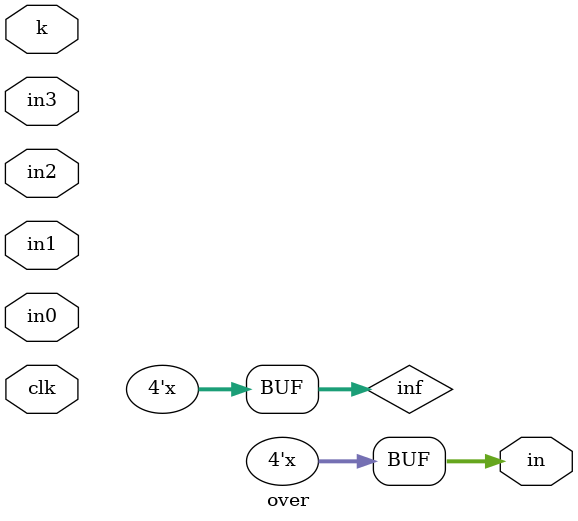
<source format=v>
module over(//switch disappearing customer to next
   input clk,
   input k,//k to detect disappearing customer
   input in0,in1,in2,in3,   
   output reg [3:0]in);

wire C1,C2,C3,C4;
reg [3:0]inf;
reg [3:0]ink;
reg [3:0]ing;
//switch disappearing customer with the next
always @(posedge clk)
begin
ink[0]=in0;
ink[1]=in1;
ink[2]=in2;
ink[3]=in3;
in=ink+4'b0001;
if(k==1)//k=1 for disappearing customer
begin
ing=in;
in=ing+4'b0001;
end 
end

always @(k)
begin
if(k==0)//k=0 for normal situation
begin
inf=in;
in=inf-4'b0001;
end
end

endmodule 

</source>
